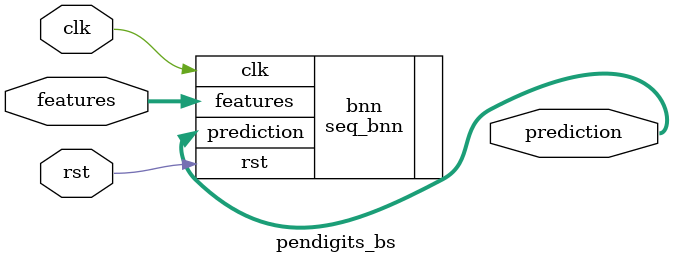
<source format=v>













module pendigits_bs #(

parameter FEAT_CNT = 16,
parameter HIDDEN_CNT = 40,
parameter FEAT_BITS = 4,
parameter CLASS_CNT = 10,
parameter TEST_CNT = 1000


  ) (
  input clk,
  input rst,
  input [FEAT_CNT*FEAT_BITS-1:0] features,
  output [$clog2(CLASS_CNT)-1:0] prediction
  );

  localparam Weights0 = 640'b0001000011111110110111111111000000010111110001101101011010000000001100111000010100010010101011010001010101000100000101000101101111100011110100100110101011001010011010110011010011110001111010111111001000111101100011110001000111010100011100011011110000011001011010010000101111111011001110000000100100101101110001001111101011101011010000010010111010011111011011001001110001111001101111011110010101010011010100110100010000001110111110000000101011001100001110001010110010110110010100010011000000001010011110110101100000110111100000100001111000100111100100101100111001101100001100011110110000100110111100010000001000101110001101111001101010011110 ;
  localparam Weights1 = 400'b1000001001011000001111101001101100001110001111001010000101111101010001111111000101111100001100010101000001100011101000110111111101010100011110011110101101101010110100000100000110101110001101100001000100001011111111100000010110110100110100100001000011110110000000101111000000001110011011100010000111100001101000101011101000000000000011110011011101011110110111100000110001101000011011011111010000010000 ;

  seq_bnn #(.FEAT_CNT(FEAT_CNT),.FEAT_BITS(FEAT_BITS),.HIDDEN_CNT(HIDDEN_CNT),.CLASS_CNT(CLASS_CNT),.Weights0(Weights0),.Weights1(Weights1)) bnn (
    .clk(clk),
    .rst(rst),
    .features(features),
    .prediction(prediction)
  );

endmodule

</source>
